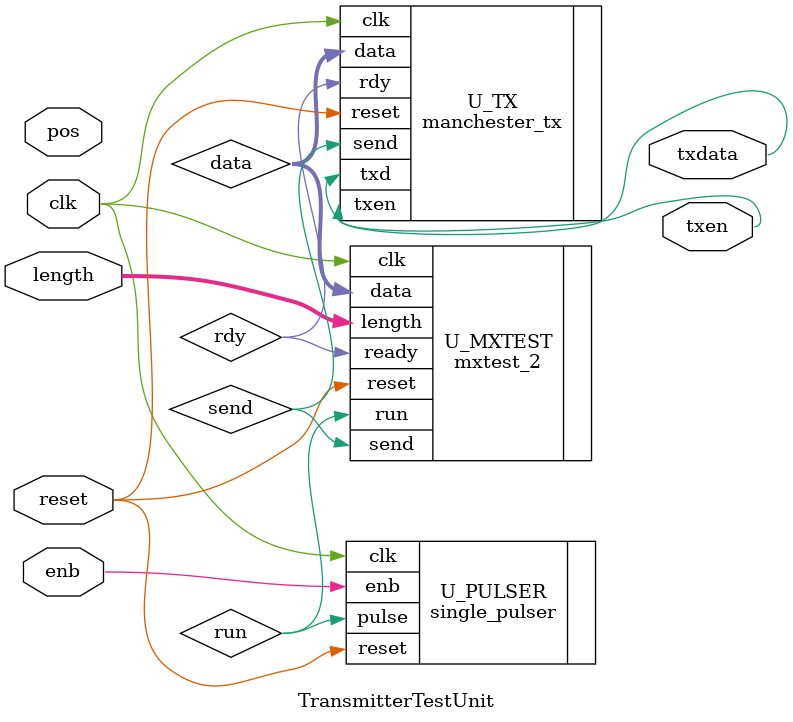
<source format=sv>
`timescale 1ns / 1ps

module TransmitterTestUnit(
			input logic clk,
			input logic reset,
			input logic enb,
			input logic [5:0] length,
			input logic [7:0] pos,
			output logic txen,
			output logic txdata
            );


    // Connection between mx_test and data
	logic [7:0] data;
	
	
	logic send; // internal send signal
	logic run; // run signal

	// Modules to connect
	
	// Single pulser to enable MX_test once
	single_pulser U_PULSER (.clk, .reset, .pulse(run), .enb);

	// mx_test, ROM to send bytes 
	mxtest_2 U_MXTEST (.clk, .reset, .run, .length, .send, .data, .ready(rdy));

	// transmitter 
	manchester_tx U_TX (.clk, .reset, .send, .txen, .data, .rdy, .txd(txdata));

                                            
endmodule

</source>
